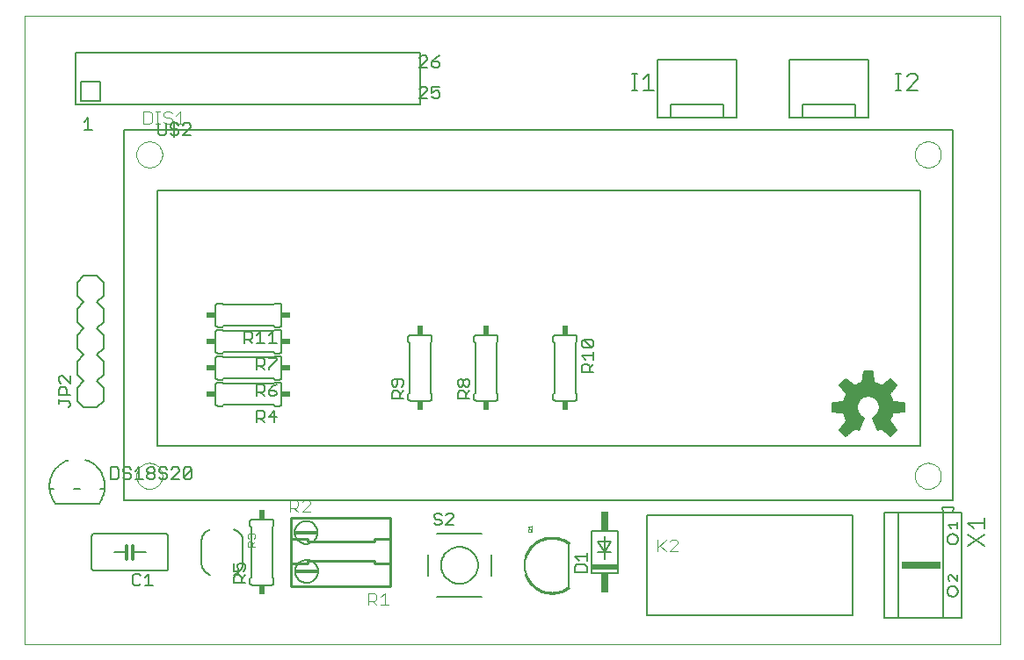
<source format=gto>
G75*
G70*
%OFA0B0*%
%FSLAX24Y24*%
%IPPOS*%
%LPD*%
%AMOC8*
5,1,8,0,0,1.08239X$1,22.5*
%
%ADD10C,0.0000*%
%ADD11C,0.0060*%
%ADD12C,0.0080*%
%ADD13C,0.0040*%
%ADD14C,0.0050*%
%ADD15R,0.1000X0.0200*%
%ADD16R,0.0300X0.0750*%
%ADD17R,0.1500X0.0300*%
%ADD18C,0.0070*%
%ADD19C,0.0059*%
%ADD20C,0.0030*%
%ADD21R,0.0240X0.0340*%
%ADD22C,0.0100*%
%ADD23R,0.0827X0.0157*%
%ADD24R,0.0340X0.0240*%
%ADD25C,0.0120*%
%ADD26C,0.0020*%
%ADD27C,0.0010*%
D10*
X004465Y000625D02*
X004465Y024495D01*
X041457Y024495D01*
X041457Y000625D01*
X004465Y000625D01*
X008709Y007023D02*
X008711Y007067D01*
X008717Y007111D01*
X008727Y007154D01*
X008740Y007196D01*
X008758Y007236D01*
X008779Y007275D01*
X008803Y007312D01*
X008830Y007347D01*
X008861Y007379D01*
X008894Y007408D01*
X008930Y007434D01*
X008968Y007456D01*
X009008Y007475D01*
X009049Y007491D01*
X009092Y007503D01*
X009135Y007511D01*
X009179Y007515D01*
X009223Y007515D01*
X009267Y007511D01*
X009310Y007503D01*
X009353Y007491D01*
X009394Y007475D01*
X009434Y007456D01*
X009472Y007434D01*
X009508Y007408D01*
X009541Y007379D01*
X009572Y007347D01*
X009599Y007312D01*
X009623Y007275D01*
X009644Y007236D01*
X009662Y007196D01*
X009675Y007154D01*
X009685Y007111D01*
X009691Y007067D01*
X009693Y007023D01*
X009691Y006979D01*
X009685Y006935D01*
X009675Y006892D01*
X009662Y006850D01*
X009644Y006810D01*
X009623Y006771D01*
X009599Y006734D01*
X009572Y006699D01*
X009541Y006667D01*
X009508Y006638D01*
X009472Y006612D01*
X009434Y006590D01*
X009394Y006571D01*
X009353Y006555D01*
X009310Y006543D01*
X009267Y006535D01*
X009223Y006531D01*
X009179Y006531D01*
X009135Y006535D01*
X009092Y006543D01*
X009049Y006555D01*
X009008Y006571D01*
X008968Y006590D01*
X008930Y006612D01*
X008894Y006638D01*
X008861Y006667D01*
X008830Y006699D01*
X008803Y006734D01*
X008779Y006771D01*
X008758Y006810D01*
X008740Y006850D01*
X008727Y006892D01*
X008717Y006935D01*
X008711Y006979D01*
X008709Y007023D01*
X008709Y019227D02*
X008711Y019271D01*
X008717Y019315D01*
X008727Y019358D01*
X008740Y019400D01*
X008758Y019440D01*
X008779Y019479D01*
X008803Y019516D01*
X008830Y019551D01*
X008861Y019583D01*
X008894Y019612D01*
X008930Y019638D01*
X008968Y019660D01*
X009008Y019679D01*
X009049Y019695D01*
X009092Y019707D01*
X009135Y019715D01*
X009179Y019719D01*
X009223Y019719D01*
X009267Y019715D01*
X009310Y019707D01*
X009353Y019695D01*
X009394Y019679D01*
X009434Y019660D01*
X009472Y019638D01*
X009508Y019612D01*
X009541Y019583D01*
X009572Y019551D01*
X009599Y019516D01*
X009623Y019479D01*
X009644Y019440D01*
X009662Y019400D01*
X009675Y019358D01*
X009685Y019315D01*
X009691Y019271D01*
X009693Y019227D01*
X009691Y019183D01*
X009685Y019139D01*
X009675Y019096D01*
X009662Y019054D01*
X009644Y019014D01*
X009623Y018975D01*
X009599Y018938D01*
X009572Y018903D01*
X009541Y018871D01*
X009508Y018842D01*
X009472Y018816D01*
X009434Y018794D01*
X009394Y018775D01*
X009353Y018759D01*
X009310Y018747D01*
X009267Y018739D01*
X009223Y018735D01*
X009179Y018735D01*
X009135Y018739D01*
X009092Y018747D01*
X009049Y018759D01*
X009008Y018775D01*
X008968Y018794D01*
X008930Y018816D01*
X008894Y018842D01*
X008861Y018871D01*
X008830Y018903D01*
X008803Y018938D01*
X008779Y018975D01*
X008758Y019014D01*
X008740Y019054D01*
X008727Y019096D01*
X008717Y019139D01*
X008711Y019183D01*
X008709Y019227D01*
X038237Y019227D02*
X038239Y019271D01*
X038245Y019315D01*
X038255Y019358D01*
X038268Y019400D01*
X038286Y019440D01*
X038307Y019479D01*
X038331Y019516D01*
X038358Y019551D01*
X038389Y019583D01*
X038422Y019612D01*
X038458Y019638D01*
X038496Y019660D01*
X038536Y019679D01*
X038577Y019695D01*
X038620Y019707D01*
X038663Y019715D01*
X038707Y019719D01*
X038751Y019719D01*
X038795Y019715D01*
X038838Y019707D01*
X038881Y019695D01*
X038922Y019679D01*
X038962Y019660D01*
X039000Y019638D01*
X039036Y019612D01*
X039069Y019583D01*
X039100Y019551D01*
X039127Y019516D01*
X039151Y019479D01*
X039172Y019440D01*
X039190Y019400D01*
X039203Y019358D01*
X039213Y019315D01*
X039219Y019271D01*
X039221Y019227D01*
X039219Y019183D01*
X039213Y019139D01*
X039203Y019096D01*
X039190Y019054D01*
X039172Y019014D01*
X039151Y018975D01*
X039127Y018938D01*
X039100Y018903D01*
X039069Y018871D01*
X039036Y018842D01*
X039000Y018816D01*
X038962Y018794D01*
X038922Y018775D01*
X038881Y018759D01*
X038838Y018747D01*
X038795Y018739D01*
X038751Y018735D01*
X038707Y018735D01*
X038663Y018739D01*
X038620Y018747D01*
X038577Y018759D01*
X038536Y018775D01*
X038496Y018794D01*
X038458Y018816D01*
X038422Y018842D01*
X038389Y018871D01*
X038358Y018903D01*
X038331Y018938D01*
X038307Y018975D01*
X038286Y019014D01*
X038268Y019054D01*
X038255Y019096D01*
X038245Y019139D01*
X038239Y019183D01*
X038237Y019227D01*
X038237Y007023D02*
X038239Y007067D01*
X038245Y007111D01*
X038255Y007154D01*
X038268Y007196D01*
X038286Y007236D01*
X038307Y007275D01*
X038331Y007312D01*
X038358Y007347D01*
X038389Y007379D01*
X038422Y007408D01*
X038458Y007434D01*
X038496Y007456D01*
X038536Y007475D01*
X038577Y007491D01*
X038620Y007503D01*
X038663Y007511D01*
X038707Y007515D01*
X038751Y007515D01*
X038795Y007511D01*
X038838Y007503D01*
X038881Y007491D01*
X038922Y007475D01*
X038962Y007456D01*
X039000Y007434D01*
X039036Y007408D01*
X039069Y007379D01*
X039100Y007347D01*
X039127Y007312D01*
X039151Y007275D01*
X039172Y007236D01*
X039190Y007196D01*
X039203Y007154D01*
X039213Y007111D01*
X039219Y007067D01*
X039221Y007023D01*
X039219Y006979D01*
X039213Y006935D01*
X039203Y006892D01*
X039190Y006850D01*
X039172Y006810D01*
X039151Y006771D01*
X039127Y006734D01*
X039100Y006699D01*
X039069Y006667D01*
X039036Y006638D01*
X039000Y006612D01*
X038962Y006590D01*
X038922Y006571D01*
X038881Y006555D01*
X038838Y006543D01*
X038795Y006535D01*
X038751Y006531D01*
X038707Y006531D01*
X038663Y006535D01*
X038620Y006543D01*
X038577Y006555D01*
X038536Y006571D01*
X038496Y006590D01*
X038458Y006612D01*
X038422Y006638D01*
X038389Y006667D01*
X038358Y006699D01*
X038331Y006734D01*
X038307Y006771D01*
X038286Y006810D01*
X038268Y006850D01*
X038255Y006892D01*
X038245Y006935D01*
X038239Y006979D01*
X038237Y007023D01*
D11*
X039265Y005825D02*
X039315Y005625D01*
X037615Y005625D01*
X037615Y001625D01*
X037065Y001625D01*
X037065Y005625D01*
X037615Y005625D01*
X039265Y005825D02*
X039715Y005825D01*
X039665Y005625D01*
X039315Y005625D01*
X039315Y001625D01*
X037615Y001625D01*
X039315Y001625D02*
X040015Y001625D01*
X040015Y005625D01*
X039665Y005625D01*
X039465Y004615D02*
X039467Y004643D01*
X039473Y004670D01*
X039482Y004696D01*
X039495Y004721D01*
X039512Y004744D01*
X039531Y004764D01*
X039553Y004781D01*
X039577Y004795D01*
X039603Y004805D01*
X039630Y004812D01*
X039658Y004815D01*
X039686Y004814D01*
X039713Y004809D01*
X039740Y004800D01*
X039765Y004788D01*
X039788Y004773D01*
X039809Y004754D01*
X039827Y004733D01*
X039842Y004709D01*
X039853Y004683D01*
X039861Y004657D01*
X039865Y004629D01*
X039865Y004601D01*
X039861Y004573D01*
X039853Y004547D01*
X039842Y004521D01*
X039827Y004497D01*
X039809Y004476D01*
X039788Y004457D01*
X039765Y004442D01*
X039740Y004430D01*
X039713Y004421D01*
X039686Y004416D01*
X039658Y004415D01*
X039630Y004418D01*
X039603Y004425D01*
X039577Y004435D01*
X039553Y004449D01*
X039531Y004466D01*
X039512Y004486D01*
X039495Y004509D01*
X039482Y004534D01*
X039473Y004560D01*
X039467Y004587D01*
X039465Y004615D01*
X039465Y002635D02*
X039467Y002663D01*
X039473Y002690D01*
X039482Y002716D01*
X039495Y002741D01*
X039512Y002764D01*
X039531Y002784D01*
X039553Y002801D01*
X039577Y002815D01*
X039603Y002825D01*
X039630Y002832D01*
X039658Y002835D01*
X039686Y002834D01*
X039713Y002829D01*
X039740Y002820D01*
X039765Y002808D01*
X039788Y002793D01*
X039809Y002774D01*
X039827Y002753D01*
X039842Y002729D01*
X039853Y002703D01*
X039861Y002677D01*
X039865Y002649D01*
X039865Y002621D01*
X039861Y002593D01*
X039853Y002567D01*
X039842Y002541D01*
X039827Y002517D01*
X039809Y002496D01*
X039788Y002477D01*
X039765Y002462D01*
X039740Y002450D01*
X039713Y002441D01*
X039686Y002436D01*
X039658Y002435D01*
X039630Y002438D01*
X039603Y002445D01*
X039577Y002455D01*
X039553Y002469D01*
X039531Y002486D01*
X039512Y002506D01*
X039495Y002529D01*
X039482Y002554D01*
X039473Y002580D01*
X039467Y002607D01*
X039465Y002635D01*
X026965Y003325D02*
X025965Y003325D01*
X025965Y004925D01*
X026965Y004925D01*
X026965Y003325D01*
X026465Y003875D02*
X026465Y004125D01*
X026715Y004125D01*
X026465Y004125D02*
X026215Y004125D01*
X026465Y004125D02*
X026215Y004525D01*
X026715Y004525D01*
X026465Y004125D01*
X026465Y004725D01*
X025315Y009875D02*
X024615Y009875D01*
X024598Y009877D01*
X024581Y009881D01*
X024565Y009888D01*
X024551Y009898D01*
X024538Y009911D01*
X024528Y009925D01*
X024521Y009941D01*
X024517Y009958D01*
X024515Y009975D01*
X024515Y010125D01*
X024565Y010175D01*
X024565Y012075D01*
X024515Y012125D01*
X024515Y012275D01*
X024517Y012292D01*
X024521Y012309D01*
X024528Y012325D01*
X024538Y012339D01*
X024551Y012352D01*
X024565Y012362D01*
X024581Y012369D01*
X024598Y012373D01*
X024615Y012375D01*
X025315Y012375D01*
X025332Y012373D01*
X025349Y012369D01*
X025365Y012362D01*
X025379Y012352D01*
X025392Y012339D01*
X025402Y012325D01*
X025409Y012309D01*
X025413Y012292D01*
X025415Y012275D01*
X025415Y012125D01*
X025365Y012075D01*
X025365Y010175D01*
X025415Y010125D01*
X025415Y009975D01*
X025413Y009958D01*
X025409Y009941D01*
X025402Y009925D01*
X025392Y009911D01*
X025379Y009898D01*
X025365Y009888D01*
X025349Y009881D01*
X025332Y009877D01*
X025315Y009875D01*
X022415Y009975D02*
X022415Y010125D01*
X022365Y010175D01*
X022365Y012075D01*
X022415Y012125D01*
X022415Y012275D01*
X022413Y012292D01*
X022409Y012309D01*
X022402Y012325D01*
X022392Y012339D01*
X022379Y012352D01*
X022365Y012362D01*
X022349Y012369D01*
X022332Y012373D01*
X022315Y012375D01*
X021615Y012375D01*
X021598Y012373D01*
X021581Y012369D01*
X021565Y012362D01*
X021551Y012352D01*
X021538Y012339D01*
X021528Y012325D01*
X021521Y012309D01*
X021517Y012292D01*
X021515Y012275D01*
X021515Y012125D01*
X021565Y012075D01*
X021565Y010175D01*
X021515Y010125D01*
X021515Y009975D01*
X021517Y009958D01*
X021521Y009941D01*
X021528Y009925D01*
X021538Y009911D01*
X021551Y009898D01*
X021565Y009888D01*
X021581Y009881D01*
X021598Y009877D01*
X021615Y009875D01*
X022315Y009875D01*
X022332Y009877D01*
X022349Y009881D01*
X022365Y009888D01*
X022379Y009898D01*
X022392Y009911D01*
X022402Y009925D01*
X022409Y009941D01*
X022413Y009958D01*
X022415Y009975D01*
X019915Y009975D02*
X019915Y010125D01*
X019865Y010175D01*
X019865Y012075D01*
X019915Y012125D01*
X019915Y012275D01*
X019913Y012292D01*
X019909Y012309D01*
X019902Y012325D01*
X019892Y012339D01*
X019879Y012352D01*
X019865Y012362D01*
X019849Y012369D01*
X019832Y012373D01*
X019815Y012375D01*
X019115Y012375D01*
X019098Y012373D01*
X019081Y012369D01*
X019065Y012362D01*
X019051Y012352D01*
X019038Y012339D01*
X019028Y012325D01*
X019021Y012309D01*
X019017Y012292D01*
X019015Y012275D01*
X019015Y012125D01*
X019065Y012075D01*
X019065Y010175D01*
X019015Y010125D01*
X019015Y009975D01*
X019017Y009958D01*
X019021Y009941D01*
X019028Y009925D01*
X019038Y009911D01*
X019051Y009898D01*
X019065Y009888D01*
X019081Y009881D01*
X019098Y009877D01*
X019115Y009875D01*
X019815Y009875D01*
X019832Y009877D01*
X019849Y009881D01*
X019865Y009888D01*
X019879Y009898D01*
X019892Y009911D01*
X019902Y009925D01*
X019909Y009941D01*
X019913Y009958D01*
X019915Y009975D01*
X014215Y009775D02*
X014215Y010475D01*
X014213Y010492D01*
X014209Y010509D01*
X014202Y010525D01*
X014192Y010539D01*
X014179Y010552D01*
X014165Y010562D01*
X014149Y010569D01*
X014132Y010573D01*
X014115Y010575D01*
X013965Y010575D01*
X013915Y010525D01*
X012015Y010525D01*
X011965Y010575D01*
X011815Y010575D01*
X011815Y010675D02*
X011965Y010675D01*
X012015Y010725D01*
X013915Y010725D01*
X013965Y010675D01*
X014115Y010675D01*
X014132Y010677D01*
X014149Y010681D01*
X014165Y010688D01*
X014179Y010698D01*
X014192Y010711D01*
X014202Y010725D01*
X014209Y010741D01*
X014213Y010758D01*
X014215Y010775D01*
X014215Y011475D01*
X014213Y011492D01*
X014209Y011509D01*
X014202Y011525D01*
X014192Y011539D01*
X014179Y011552D01*
X014165Y011562D01*
X014149Y011569D01*
X014132Y011573D01*
X014115Y011575D01*
X013965Y011575D01*
X013915Y011525D01*
X012015Y011525D01*
X011965Y011575D01*
X011815Y011575D01*
X011815Y011675D02*
X011965Y011675D01*
X012015Y011725D01*
X013915Y011725D01*
X013965Y011675D01*
X014115Y011675D01*
X014132Y011677D01*
X014149Y011681D01*
X014165Y011688D01*
X014179Y011698D01*
X014192Y011711D01*
X014202Y011725D01*
X014209Y011741D01*
X014213Y011758D01*
X014215Y011775D01*
X014215Y012475D01*
X014213Y012492D01*
X014209Y012509D01*
X014202Y012525D01*
X014192Y012539D01*
X014179Y012552D01*
X014165Y012562D01*
X014149Y012569D01*
X014132Y012573D01*
X014115Y012575D01*
X013965Y012575D01*
X013915Y012525D01*
X012015Y012525D01*
X011965Y012575D01*
X011815Y012575D01*
X011815Y012675D02*
X011965Y012675D01*
X012015Y012725D01*
X013915Y012725D01*
X013965Y012675D01*
X014115Y012675D01*
X014132Y012677D01*
X014149Y012681D01*
X014165Y012688D01*
X014179Y012698D01*
X014192Y012711D01*
X014202Y012725D01*
X014209Y012741D01*
X014213Y012758D01*
X014215Y012775D01*
X014215Y013475D01*
X014213Y013492D01*
X014209Y013509D01*
X014202Y013525D01*
X014192Y013539D01*
X014179Y013552D01*
X014165Y013562D01*
X014149Y013569D01*
X014132Y013573D01*
X014115Y013575D01*
X013965Y013575D01*
X013915Y013525D01*
X012015Y013525D01*
X011965Y013575D01*
X011815Y013575D01*
X011798Y013573D01*
X011781Y013569D01*
X011765Y013562D01*
X011751Y013552D01*
X011738Y013539D01*
X011728Y013525D01*
X011721Y013509D01*
X011717Y013492D01*
X011715Y013475D01*
X011715Y012775D01*
X011717Y012758D01*
X011721Y012741D01*
X011728Y012725D01*
X011738Y012711D01*
X011751Y012698D01*
X011765Y012688D01*
X011781Y012681D01*
X011798Y012677D01*
X011815Y012675D01*
X011815Y012575D02*
X011798Y012573D01*
X011781Y012569D01*
X011765Y012562D01*
X011751Y012552D01*
X011738Y012539D01*
X011728Y012525D01*
X011721Y012509D01*
X011717Y012492D01*
X011715Y012475D01*
X011715Y011775D01*
X011717Y011758D01*
X011721Y011741D01*
X011728Y011725D01*
X011738Y011711D01*
X011751Y011698D01*
X011765Y011688D01*
X011781Y011681D01*
X011798Y011677D01*
X011815Y011675D01*
X011815Y011575D02*
X011798Y011573D01*
X011781Y011569D01*
X011765Y011562D01*
X011751Y011552D01*
X011738Y011539D01*
X011728Y011525D01*
X011721Y011509D01*
X011717Y011492D01*
X011715Y011475D01*
X011715Y010775D01*
X011717Y010758D01*
X011721Y010741D01*
X011728Y010725D01*
X011738Y010711D01*
X011751Y010698D01*
X011765Y010688D01*
X011781Y010681D01*
X011798Y010677D01*
X011815Y010675D01*
X011815Y010575D02*
X011798Y010573D01*
X011781Y010569D01*
X011765Y010562D01*
X011751Y010552D01*
X011738Y010539D01*
X011728Y010525D01*
X011721Y010509D01*
X011717Y010492D01*
X011715Y010475D01*
X011715Y009775D01*
X011717Y009758D01*
X011721Y009741D01*
X011728Y009725D01*
X011738Y009711D01*
X011751Y009698D01*
X011765Y009688D01*
X011781Y009681D01*
X011798Y009677D01*
X011815Y009675D01*
X011965Y009675D01*
X012015Y009725D01*
X013915Y009725D01*
X013965Y009675D01*
X014115Y009675D01*
X014132Y009677D01*
X014149Y009681D01*
X014165Y009688D01*
X014179Y009698D01*
X014192Y009711D01*
X014202Y009725D01*
X014209Y009741D01*
X014213Y009758D01*
X014215Y009775D01*
X013815Y005375D02*
X013115Y005375D01*
X013098Y005373D01*
X013081Y005369D01*
X013065Y005362D01*
X013051Y005352D01*
X013038Y005339D01*
X013028Y005325D01*
X013021Y005309D01*
X013017Y005292D01*
X013015Y005275D01*
X013015Y005125D01*
X013065Y005075D01*
X013065Y003175D01*
X013015Y003125D01*
X013015Y002975D01*
X013017Y002958D01*
X013021Y002941D01*
X013028Y002925D01*
X013038Y002911D01*
X013051Y002898D01*
X013065Y002888D01*
X013081Y002881D01*
X013098Y002877D01*
X013115Y002875D01*
X013815Y002875D01*
X013832Y002877D01*
X013849Y002881D01*
X013865Y002888D01*
X013879Y002898D01*
X013892Y002911D01*
X013902Y002925D01*
X013909Y002941D01*
X013913Y002958D01*
X013915Y002975D01*
X013915Y003125D01*
X013865Y003175D01*
X013865Y005075D01*
X013915Y005125D01*
X013915Y005275D01*
X013913Y005292D01*
X013909Y005309D01*
X013902Y005325D01*
X013892Y005339D01*
X013879Y005352D01*
X013865Y005362D01*
X013849Y005369D01*
X013832Y005373D01*
X013815Y005375D01*
X014713Y004873D02*
X014715Y004914D01*
X014721Y004955D01*
X014731Y004995D01*
X014744Y005034D01*
X014761Y005071D01*
X014782Y005107D01*
X014806Y005141D01*
X014833Y005172D01*
X014862Y005200D01*
X014895Y005226D01*
X014929Y005248D01*
X014966Y005267D01*
X015004Y005282D01*
X015044Y005294D01*
X015084Y005302D01*
X015125Y005306D01*
X015167Y005306D01*
X015208Y005302D01*
X015248Y005294D01*
X015288Y005282D01*
X015326Y005267D01*
X015362Y005248D01*
X015397Y005226D01*
X015430Y005200D01*
X015459Y005172D01*
X015486Y005141D01*
X015510Y005107D01*
X015531Y005071D01*
X015548Y005034D01*
X015561Y004995D01*
X015571Y004955D01*
X015577Y004914D01*
X015579Y004873D01*
X015577Y004832D01*
X015571Y004791D01*
X015561Y004751D01*
X015548Y004712D01*
X015531Y004675D01*
X015510Y004639D01*
X015486Y004605D01*
X015459Y004574D01*
X015430Y004546D01*
X015397Y004520D01*
X015363Y004498D01*
X015326Y004479D01*
X015288Y004464D01*
X015248Y004452D01*
X015208Y004444D01*
X015167Y004440D01*
X015125Y004440D01*
X015084Y004444D01*
X015044Y004452D01*
X015004Y004464D01*
X014966Y004479D01*
X014930Y004498D01*
X014895Y004520D01*
X014862Y004546D01*
X014833Y004574D01*
X014806Y004605D01*
X014782Y004639D01*
X014761Y004675D01*
X014744Y004712D01*
X014731Y004751D01*
X014721Y004791D01*
X014715Y004832D01*
X014713Y004873D01*
X014733Y003397D02*
X014735Y003438D01*
X014741Y003479D01*
X014751Y003519D01*
X014764Y003558D01*
X014781Y003595D01*
X014802Y003631D01*
X014826Y003665D01*
X014853Y003696D01*
X014882Y003724D01*
X014915Y003750D01*
X014949Y003772D01*
X014986Y003791D01*
X015024Y003806D01*
X015064Y003818D01*
X015104Y003826D01*
X015145Y003830D01*
X015187Y003830D01*
X015228Y003826D01*
X015268Y003818D01*
X015308Y003806D01*
X015346Y003791D01*
X015382Y003772D01*
X015417Y003750D01*
X015450Y003724D01*
X015479Y003696D01*
X015506Y003665D01*
X015530Y003631D01*
X015551Y003595D01*
X015568Y003558D01*
X015581Y003519D01*
X015591Y003479D01*
X015597Y003438D01*
X015599Y003397D01*
X015597Y003356D01*
X015591Y003315D01*
X015581Y003275D01*
X015568Y003236D01*
X015551Y003199D01*
X015530Y003163D01*
X015506Y003129D01*
X015479Y003098D01*
X015450Y003070D01*
X015417Y003044D01*
X015383Y003022D01*
X015346Y003003D01*
X015308Y002988D01*
X015268Y002976D01*
X015228Y002968D01*
X015187Y002964D01*
X015145Y002964D01*
X015104Y002968D01*
X015064Y002976D01*
X015024Y002988D01*
X014986Y003003D01*
X014950Y003022D01*
X014915Y003044D01*
X014882Y003070D01*
X014853Y003098D01*
X014826Y003129D01*
X014802Y003163D01*
X014781Y003199D01*
X014764Y003236D01*
X014751Y003275D01*
X014741Y003315D01*
X014735Y003356D01*
X014733Y003397D01*
X009915Y003525D02*
X009915Y004725D01*
X009913Y004742D01*
X009909Y004759D01*
X009902Y004775D01*
X009892Y004789D01*
X009879Y004802D01*
X009865Y004812D01*
X009849Y004819D01*
X009832Y004823D01*
X009815Y004825D01*
X007115Y004825D01*
X007098Y004823D01*
X007081Y004819D01*
X007065Y004812D01*
X007051Y004802D01*
X007038Y004789D01*
X007028Y004775D01*
X007021Y004759D01*
X007017Y004742D01*
X007015Y004725D01*
X007015Y003525D01*
X007017Y003508D01*
X007021Y003491D01*
X007028Y003475D01*
X007038Y003461D01*
X007051Y003448D01*
X007065Y003438D01*
X007081Y003431D01*
X007098Y003427D01*
X007115Y003425D01*
X009815Y003425D01*
X009832Y003427D01*
X009849Y003431D01*
X009865Y003438D01*
X009879Y003448D01*
X009892Y003461D01*
X009902Y003475D01*
X009909Y003491D01*
X009913Y003508D01*
X009915Y003525D01*
X009065Y004125D02*
X008585Y004125D01*
X008335Y004125D02*
X007865Y004125D01*
X027495Y021655D02*
X027708Y021655D01*
X027602Y021655D02*
X027602Y022295D01*
X027708Y022295D02*
X027495Y022295D01*
X027925Y022082D02*
X028138Y022295D01*
X028138Y021655D01*
X027925Y021655D02*
X028352Y021655D01*
X037495Y021655D02*
X037708Y021655D01*
X037602Y021655D02*
X037602Y022295D01*
X037708Y022295D02*
X037495Y022295D01*
X037925Y022189D02*
X038031Y022295D01*
X038245Y022295D01*
X038352Y022189D01*
X038352Y022082D01*
X037925Y021655D01*
X038352Y021655D01*
D12*
X039674Y020172D02*
X039674Y006078D01*
X008256Y006078D01*
X008256Y020172D01*
X039674Y020172D01*
X038433Y017849D02*
X038433Y008164D01*
X009496Y008164D01*
X009496Y017849D01*
X038433Y017849D01*
X035863Y005534D02*
X028067Y005534D01*
X028067Y001715D01*
X035863Y001715D01*
X035863Y005534D01*
X025115Y004449D02*
X025115Y002800D01*
X023715Y002875D02*
X023673Y002927D01*
X023634Y002981D01*
X023599Y003038D01*
X023566Y003096D01*
X023538Y003156D01*
X023512Y003218D01*
X023490Y003281D01*
X023472Y003346D01*
X023458Y003411D01*
X023448Y003477D01*
X023441Y003543D01*
X023438Y003610D01*
X023439Y003677D01*
X023444Y003743D01*
X023453Y003809D01*
X023465Y003875D01*
X023481Y003936D01*
X023499Y003996D01*
X023521Y004054D01*
X023546Y004112D01*
X023574Y004168D01*
X023605Y004223D01*
X023639Y004275D01*
X023676Y004326D01*
X023715Y004375D01*
X023465Y003875D02*
X023453Y003813D01*
X023445Y003751D01*
X023440Y003688D01*
X023438Y003625D01*
X023440Y003562D01*
X023445Y003499D01*
X023453Y003437D01*
X023465Y003375D01*
X022165Y003225D02*
X022165Y004018D01*
X021815Y004825D02*
X020115Y004825D01*
X019765Y004030D02*
X019765Y003225D01*
X020265Y003625D02*
X020267Y003677D01*
X020273Y003729D01*
X020283Y003781D01*
X020296Y003831D01*
X020313Y003881D01*
X020334Y003929D01*
X020359Y003975D01*
X020387Y004019D01*
X020418Y004061D01*
X020452Y004101D01*
X020489Y004138D01*
X020529Y004172D01*
X020571Y004203D01*
X020615Y004231D01*
X020661Y004256D01*
X020709Y004277D01*
X020759Y004294D01*
X020809Y004307D01*
X020861Y004317D01*
X020913Y004323D01*
X020965Y004325D01*
X021017Y004323D01*
X021069Y004317D01*
X021121Y004307D01*
X021171Y004294D01*
X021221Y004277D01*
X021269Y004256D01*
X021315Y004231D01*
X021359Y004203D01*
X021401Y004172D01*
X021441Y004138D01*
X021478Y004101D01*
X021512Y004061D01*
X021543Y004019D01*
X021571Y003975D01*
X021596Y003929D01*
X021617Y003881D01*
X021634Y003831D01*
X021647Y003781D01*
X021657Y003729D01*
X021663Y003677D01*
X021665Y003625D01*
X021663Y003573D01*
X021657Y003521D01*
X021647Y003469D01*
X021634Y003419D01*
X021617Y003369D01*
X021596Y003321D01*
X021571Y003275D01*
X021543Y003231D01*
X021512Y003189D01*
X021478Y003149D01*
X021441Y003112D01*
X021401Y003078D01*
X021359Y003047D01*
X021315Y003019D01*
X021269Y002994D01*
X021221Y002973D01*
X021171Y002956D01*
X021121Y002943D01*
X021069Y002933D01*
X021017Y002927D01*
X020965Y002925D01*
X020913Y002927D01*
X020861Y002933D01*
X020809Y002943D01*
X020759Y002956D01*
X020709Y002973D01*
X020661Y002994D01*
X020615Y003019D01*
X020571Y003047D01*
X020529Y003078D01*
X020489Y003112D01*
X020452Y003149D01*
X020418Y003189D01*
X020387Y003231D01*
X020359Y003275D01*
X020334Y003321D01*
X020313Y003369D01*
X020296Y003419D01*
X020283Y003469D01*
X020273Y003521D01*
X020267Y003573D01*
X020265Y003625D01*
X020115Y002425D02*
X021815Y002425D01*
X012752Y003731D02*
X012752Y004519D01*
X012753Y004519D02*
X012751Y004560D01*
X012746Y004602D01*
X012738Y004642D01*
X012726Y004682D01*
X012711Y004721D01*
X012692Y004758D01*
X012671Y004794D01*
X012646Y004828D01*
X012619Y004859D01*
X012589Y004888D01*
X012557Y004915D01*
X012523Y004938D01*
X012487Y004959D01*
X012449Y004976D01*
X012410Y004991D01*
X011520Y004991D02*
X011481Y004976D01*
X011443Y004959D01*
X011407Y004938D01*
X011373Y004915D01*
X011341Y004888D01*
X011311Y004859D01*
X011284Y004828D01*
X011259Y004794D01*
X011238Y004758D01*
X011219Y004721D01*
X011204Y004682D01*
X011192Y004642D01*
X011184Y004602D01*
X011179Y004560D01*
X011177Y004519D01*
X011177Y003731D01*
X011179Y003690D01*
X011184Y003648D01*
X011192Y003608D01*
X011204Y003568D01*
X011219Y003529D01*
X011238Y003492D01*
X011259Y003456D01*
X011284Y003422D01*
X011311Y003391D01*
X011341Y003362D01*
X011373Y003335D01*
X011407Y003312D01*
X011443Y003291D01*
X011481Y003274D01*
X011520Y003259D01*
X012410Y003259D02*
X012449Y003274D01*
X012487Y003291D01*
X012523Y003312D01*
X012557Y003335D01*
X012589Y003362D01*
X012619Y003391D01*
X012646Y003422D01*
X012671Y003456D01*
X012692Y003492D01*
X012711Y003529D01*
X012726Y003568D01*
X012738Y003608D01*
X012746Y003648D01*
X012751Y003690D01*
X012753Y003731D01*
X007215Y009625D02*
X006715Y009625D01*
X006465Y009875D01*
X006465Y010375D01*
X006715Y010625D01*
X006465Y010875D01*
X006465Y011375D01*
X006715Y011625D01*
X006465Y011875D01*
X006465Y012375D01*
X006715Y012625D01*
X006465Y012875D01*
X006465Y013375D01*
X006715Y013625D01*
X006465Y013875D01*
X006465Y014375D01*
X006715Y014625D01*
X007215Y014625D01*
X007465Y014375D01*
X007465Y013875D01*
X007215Y013625D01*
X007465Y013375D01*
X007465Y012875D01*
X007215Y012625D01*
X007465Y012375D01*
X007465Y011875D01*
X007215Y011625D01*
X007465Y011375D01*
X007465Y010875D01*
X007215Y010625D01*
X007465Y010375D01*
X007465Y009875D01*
X007215Y009625D01*
D13*
X014536Y006117D02*
X014536Y005657D01*
X014536Y005810D02*
X014766Y005810D01*
X014843Y005887D01*
X014843Y006040D01*
X014766Y006117D01*
X014536Y006117D01*
X014689Y005810D02*
X014843Y005657D01*
X014996Y005657D02*
X015303Y005964D01*
X015303Y006040D01*
X015227Y006117D01*
X015073Y006117D01*
X014996Y006040D01*
X014996Y005657D02*
X015303Y005657D01*
X017513Y002574D02*
X017743Y002574D01*
X017820Y002497D01*
X017820Y002344D01*
X017743Y002267D01*
X017513Y002267D01*
X017666Y002267D02*
X017820Y002113D01*
X017973Y002113D02*
X018280Y002113D01*
X018127Y002113D02*
X018127Y002574D01*
X017973Y002420D01*
X017513Y002574D02*
X017513Y002113D01*
X028485Y004145D02*
X028485Y004605D01*
X028562Y004375D02*
X028792Y004145D01*
X028945Y004145D02*
X029252Y004452D01*
X029252Y004529D01*
X029175Y004605D01*
X029022Y004605D01*
X028945Y004529D01*
X028792Y004605D02*
X028485Y004298D01*
X028945Y004145D02*
X029252Y004145D01*
X010519Y020395D02*
X010212Y020395D01*
X010366Y020395D02*
X010366Y020855D01*
X010212Y020702D01*
X010059Y020779D02*
X009982Y020855D01*
X009829Y020855D01*
X009752Y020779D01*
X009752Y020702D01*
X009829Y020625D01*
X009982Y020625D01*
X010059Y020548D01*
X010059Y020472D01*
X009982Y020395D01*
X009829Y020395D01*
X009752Y020472D01*
X009599Y020395D02*
X009445Y020395D01*
X009522Y020395D02*
X009522Y020855D01*
X009445Y020855D02*
X009599Y020855D01*
X009292Y020779D02*
X009292Y020472D01*
X009215Y020395D01*
X008985Y020395D01*
X008985Y020855D01*
X009215Y020855D01*
X009292Y020779D01*
D14*
X009546Y020419D02*
X009546Y020044D01*
X009621Y019969D01*
X009771Y019969D01*
X009846Y020044D01*
X009846Y020419D01*
X010006Y020344D02*
X010081Y020419D01*
X010231Y020419D01*
X010306Y020344D01*
X010466Y020344D02*
X010541Y020419D01*
X010692Y020419D01*
X010767Y020344D01*
X010767Y020269D01*
X010466Y019969D01*
X010767Y019969D01*
X010306Y020044D02*
X010306Y020119D01*
X010231Y020194D01*
X010081Y020194D01*
X010006Y020269D01*
X010006Y020344D01*
X010156Y020494D02*
X010156Y019894D01*
X010081Y019969D02*
X010231Y019969D01*
X010306Y020044D01*
X010081Y019969D02*
X010006Y020044D01*
X007329Y021261D02*
X006601Y021261D01*
X006601Y021989D01*
X007329Y021989D01*
X006414Y021143D02*
X006414Y023111D01*
X019485Y023111D01*
X019485Y021143D01*
X006414Y021143D01*
X006876Y020616D02*
X006876Y020166D01*
X006726Y020166D02*
X007027Y020166D01*
X006726Y020466D02*
X006876Y020616D01*
X019455Y021347D02*
X019755Y021647D01*
X019755Y021722D01*
X019680Y021797D01*
X019530Y021797D01*
X019455Y021722D01*
X019915Y021797D02*
X019915Y021572D01*
X020065Y021647D01*
X020140Y021647D01*
X020216Y021572D01*
X020216Y021422D01*
X020140Y021347D01*
X019990Y021347D01*
X019915Y021422D01*
X019755Y021347D02*
X019455Y021347D01*
X019915Y021797D02*
X020216Y021797D01*
X020140Y022528D02*
X020216Y022603D01*
X020216Y022678D01*
X020140Y022753D01*
X019915Y022753D01*
X019915Y022603D01*
X019990Y022528D01*
X020140Y022528D01*
X019915Y022753D02*
X020065Y022903D01*
X020216Y022978D01*
X019755Y022903D02*
X019755Y022828D01*
X019455Y022528D01*
X019755Y022528D01*
X019755Y022903D02*
X019680Y022978D01*
X019530Y022978D01*
X019455Y022903D01*
X028465Y022825D02*
X028465Y020625D01*
X028965Y020625D01*
X028965Y021125D01*
X030965Y021125D01*
X030965Y020625D01*
X028965Y020625D01*
X007329Y021261D02*
X007329Y021989D01*
X012809Y012500D02*
X013034Y012500D01*
X013109Y012425D01*
X013109Y012275D01*
X013034Y012200D01*
X012809Y012200D01*
X012959Y012200D02*
X013109Y012050D01*
X013269Y012050D02*
X013569Y012050D01*
X013419Y012050D02*
X013419Y012500D01*
X013269Y012350D01*
X012809Y012500D02*
X012809Y012050D01*
X013269Y011500D02*
X013494Y011500D01*
X013569Y011425D01*
X013569Y011275D01*
X013494Y011200D01*
X013269Y011200D01*
X013269Y011050D02*
X013269Y011500D01*
X013419Y011200D02*
X013569Y011050D01*
X013729Y011050D02*
X013729Y011125D01*
X014030Y011425D01*
X014030Y011500D01*
X013729Y011500D01*
X013729Y012050D02*
X014030Y012050D01*
X013880Y012050D02*
X013880Y012500D01*
X013729Y012350D01*
X013494Y010500D02*
X013269Y010500D01*
X013269Y010050D01*
X013269Y010200D02*
X013494Y010200D01*
X013569Y010275D01*
X013569Y010425D01*
X013494Y010500D01*
X013419Y010200D02*
X013569Y010050D01*
X013729Y010125D02*
X013805Y010050D01*
X013955Y010050D01*
X014030Y010125D01*
X014030Y010200D01*
X013955Y010275D01*
X013729Y010275D01*
X013729Y010125D01*
X013729Y010275D02*
X013880Y010425D01*
X014030Y010500D01*
X013955Y009500D02*
X013729Y009275D01*
X014030Y009275D01*
X013955Y009050D02*
X013955Y009500D01*
X013569Y009425D02*
X013569Y009275D01*
X013494Y009200D01*
X013269Y009200D01*
X013269Y009050D02*
X013269Y009500D01*
X013494Y009500D01*
X013569Y009425D01*
X013419Y009200D02*
X013569Y009050D01*
X010802Y007275D02*
X010502Y006975D01*
X010577Y006900D01*
X010727Y006900D01*
X010802Y006975D01*
X010802Y007275D01*
X010727Y007350D01*
X010577Y007350D01*
X010502Y007275D01*
X010502Y006975D01*
X010342Y006900D02*
X010042Y006900D01*
X010342Y007200D01*
X010342Y007275D01*
X010267Y007350D01*
X010117Y007350D01*
X010042Y007275D01*
X009882Y007275D02*
X009806Y007350D01*
X009656Y007350D01*
X009581Y007275D01*
X009581Y007200D01*
X009656Y007125D01*
X009806Y007125D01*
X009882Y007050D01*
X009882Y006975D01*
X009806Y006900D01*
X009656Y006900D01*
X009581Y006975D01*
X009421Y006975D02*
X009346Y006900D01*
X009196Y006900D01*
X009121Y006975D01*
X009121Y007050D01*
X009196Y007125D01*
X009346Y007125D01*
X009421Y007050D01*
X009421Y006975D01*
X009346Y007125D02*
X009421Y007200D01*
X009421Y007275D01*
X009346Y007350D01*
X009196Y007350D01*
X009121Y007275D01*
X009121Y007200D01*
X009196Y007125D01*
X008961Y006900D02*
X008661Y006900D01*
X008811Y006900D02*
X008811Y007350D01*
X008661Y007200D01*
X008500Y007275D02*
X008425Y007350D01*
X008275Y007350D01*
X008200Y007275D01*
X008200Y007200D01*
X008275Y007125D01*
X008425Y007125D01*
X008500Y007050D01*
X008500Y006975D01*
X008425Y006900D01*
X008275Y006900D01*
X008200Y006975D01*
X008040Y006975D02*
X008040Y007275D01*
X007965Y007350D01*
X007740Y007350D01*
X007740Y006900D01*
X007965Y006900D01*
X008040Y006975D01*
X007510Y006525D02*
X007352Y006525D01*
X007289Y005975D02*
X005640Y005975D01*
X005578Y006525D02*
X005420Y006525D01*
X006352Y006525D02*
X006578Y006525D01*
X007290Y005975D02*
X007327Y006026D01*
X007362Y006079D01*
X007394Y006135D01*
X007422Y006192D01*
X007446Y006251D01*
X007467Y006311D01*
X007484Y006372D01*
X007498Y006434D01*
X007507Y006497D01*
X007513Y006560D01*
X007515Y006624D01*
X007513Y006688D01*
X007507Y006751D01*
X007498Y006814D01*
X007485Y006876D01*
X007467Y006937D01*
X007447Y006997D01*
X007422Y007056D01*
X007395Y007113D01*
X007363Y007169D01*
X007329Y007222D01*
X007291Y007273D01*
X007250Y007322D01*
X007206Y007368D01*
X007160Y007412D01*
X007111Y007453D01*
X007060Y007490D01*
X007006Y007525D01*
X006951Y007556D01*
X006894Y007584D01*
X006835Y007608D01*
X006775Y007628D01*
X006155Y007628D02*
X006096Y007608D01*
X006039Y007585D01*
X005982Y007558D01*
X005928Y007527D01*
X005875Y007494D01*
X005825Y007457D01*
X005776Y007418D01*
X005731Y007375D01*
X005687Y007330D01*
X005647Y007283D01*
X005609Y007233D01*
X005574Y007181D01*
X005543Y007127D01*
X005515Y007072D01*
X005490Y007015D01*
X005469Y006956D01*
X005451Y006896D01*
X005436Y006835D01*
X005426Y006774D01*
X005419Y006712D01*
X005415Y006650D01*
X005416Y006587D01*
X005420Y006525D01*
X005427Y006465D01*
X005438Y006406D01*
X005452Y006348D01*
X005470Y006291D01*
X005490Y006234D01*
X005514Y006179D01*
X005541Y006125D01*
X005572Y006073D01*
X005605Y006023D01*
X005640Y005975D01*
X008569Y003225D02*
X008569Y002925D01*
X008644Y002850D01*
X008794Y002850D01*
X008869Y002925D01*
X009029Y002850D02*
X009330Y002850D01*
X009180Y002850D02*
X009180Y003300D01*
X009029Y003150D01*
X008869Y003225D02*
X008794Y003300D01*
X008644Y003300D01*
X008569Y003225D01*
X012390Y003175D02*
X012390Y002950D01*
X012840Y002950D01*
X012690Y002950D02*
X012690Y003175D01*
X012615Y003250D01*
X012465Y003250D01*
X012390Y003175D01*
X012390Y003410D02*
X012615Y003410D01*
X012540Y003560D01*
X012540Y003635D01*
X012615Y003710D01*
X012765Y003710D01*
X012840Y003635D01*
X012840Y003485D01*
X012765Y003410D01*
X012840Y003250D02*
X012690Y003100D01*
X012390Y003410D02*
X012390Y003710D01*
X019990Y005225D02*
X020065Y005150D01*
X020215Y005150D01*
X020290Y005225D01*
X020290Y005300D01*
X020215Y005375D01*
X020065Y005375D01*
X019990Y005450D01*
X019990Y005525D01*
X020065Y005600D01*
X020215Y005600D01*
X020290Y005525D01*
X020450Y005525D02*
X020525Y005600D01*
X020675Y005600D01*
X020750Y005525D01*
X020750Y005450D01*
X020450Y005150D01*
X020750Y005150D01*
X025340Y003960D02*
X025790Y003960D01*
X025790Y003810D02*
X025790Y004110D01*
X025490Y003810D02*
X025340Y003960D01*
X025415Y003650D02*
X025340Y003575D01*
X025340Y003350D01*
X025790Y003350D01*
X025790Y003575D01*
X025715Y003650D01*
X025415Y003650D01*
X021340Y009950D02*
X020890Y009950D01*
X020890Y010175D01*
X020965Y010250D01*
X021115Y010250D01*
X021190Y010175D01*
X021190Y009950D01*
X021190Y010100D02*
X021340Y010250D01*
X021265Y010410D02*
X021190Y010410D01*
X021115Y010485D01*
X021115Y010635D01*
X021190Y010710D01*
X021265Y010710D01*
X021340Y010635D01*
X021340Y010485D01*
X021265Y010410D01*
X021115Y010485D02*
X021040Y010410D01*
X020965Y010410D01*
X020890Y010485D01*
X020890Y010635D01*
X020965Y010710D01*
X021040Y010710D01*
X021115Y010635D01*
X018840Y010635D02*
X018840Y010485D01*
X018765Y010410D01*
X018615Y010485D02*
X018615Y010710D01*
X018765Y010710D02*
X018465Y010710D01*
X018390Y010635D01*
X018390Y010485D01*
X018465Y010410D01*
X018540Y010410D01*
X018615Y010485D01*
X018615Y010250D02*
X018690Y010175D01*
X018690Y009950D01*
X018840Y009950D02*
X018390Y009950D01*
X018390Y010175D01*
X018465Y010250D01*
X018615Y010250D01*
X018690Y010100D02*
X018840Y010250D01*
X018840Y010635D02*
X018765Y010710D01*
X025590Y010969D02*
X025590Y011194D01*
X025665Y011269D01*
X025815Y011269D01*
X025890Y011194D01*
X025890Y010969D01*
X025890Y011119D02*
X026040Y011269D01*
X026040Y011429D02*
X026040Y011729D01*
X026040Y011579D02*
X025590Y011579D01*
X025740Y011429D01*
X025665Y011889D02*
X025590Y011964D01*
X025590Y012115D01*
X025665Y012190D01*
X025965Y011889D01*
X026040Y011964D01*
X026040Y012115D01*
X025965Y012190D01*
X025665Y012190D01*
X025665Y011889D02*
X025965Y011889D01*
X026040Y010969D02*
X025590Y010969D01*
X039490Y005154D02*
X039830Y005154D01*
X039830Y005041D02*
X039830Y005268D01*
X039603Y005041D02*
X039490Y005154D01*
X039546Y003268D02*
X039490Y003211D01*
X039490Y003097D01*
X039546Y003041D01*
X039546Y003268D02*
X039603Y003268D01*
X039830Y003041D01*
X039830Y003268D01*
X036465Y020625D02*
X035965Y020625D01*
X035965Y021125D01*
X033965Y021125D01*
X033965Y020625D01*
X033465Y020625D01*
X033465Y022825D01*
X036465Y022825D01*
X036465Y020625D01*
X035965Y020625D02*
X033965Y020625D01*
X031465Y020625D02*
X030965Y020625D01*
X031465Y020625D02*
X031465Y022825D01*
X028465Y022825D01*
X006220Y010841D02*
X006220Y010541D01*
X005920Y010841D01*
X005845Y010841D01*
X005770Y010766D01*
X005770Y010616D01*
X005845Y010541D01*
X005845Y010380D02*
X005995Y010380D01*
X006070Y010305D01*
X006070Y010080D01*
X006220Y010080D02*
X005770Y010080D01*
X005770Y010305D01*
X005845Y010380D01*
X005770Y009920D02*
X005770Y009770D01*
X005770Y009845D02*
X006145Y009845D01*
X006220Y009770D01*
X006220Y009695D01*
X006145Y009620D01*
D15*
X026465Y003575D03*
D16*
X026465Y002950D03*
X026465Y005300D03*
D17*
X038465Y003625D03*
D18*
X040249Y004371D02*
X040880Y004791D01*
X040880Y005015D02*
X040880Y005436D01*
X040880Y005225D02*
X040249Y005225D01*
X040460Y005015D01*
X040249Y004791D02*
X040880Y004371D01*
D19*
X037313Y008539D02*
X037551Y008777D01*
X037268Y009123D01*
X037319Y009215D01*
X037359Y009311D01*
X037388Y009412D01*
X037833Y009457D01*
X037833Y009793D01*
X037388Y009838D01*
X037359Y009939D01*
X037319Y010035D01*
X037268Y010127D01*
X037551Y010473D01*
X037313Y010711D01*
X036967Y010428D01*
X036875Y010479D01*
X036779Y010519D01*
X036678Y010548D01*
X036633Y010993D01*
X036297Y010993D01*
X036252Y010548D01*
X036151Y010519D01*
X036055Y010479D01*
X035963Y010428D01*
X035617Y010711D01*
X035379Y010473D01*
X035661Y010127D01*
X035611Y010035D01*
X035571Y009939D01*
X035542Y009838D01*
X035097Y009793D01*
X035097Y009457D01*
X035542Y009412D01*
X035571Y009311D01*
X035611Y009215D01*
X035661Y009123D01*
X035379Y008777D01*
X035617Y008539D01*
X035963Y008821D01*
X036031Y008783D01*
X036102Y008750D01*
X036300Y009227D01*
X036236Y009260D01*
X036178Y009304D01*
X036128Y009356D01*
X036088Y009417D01*
X036058Y009483D01*
X036040Y009553D01*
X036034Y009625D01*
X036042Y009705D01*
X036064Y009783D01*
X036101Y009855D01*
X036150Y009919D01*
X036211Y009972D01*
X036280Y010014D01*
X036356Y010041D01*
X036435Y010054D01*
X036516Y010052D01*
X036595Y010035D01*
X036669Y010004D01*
X036737Y009959D01*
X036794Y009902D01*
X036840Y009836D01*
X036873Y009762D01*
X036891Y009684D01*
X036895Y009603D01*
X036883Y009523D01*
X036857Y009447D01*
X036817Y009377D01*
X036764Y009315D01*
X036701Y009265D01*
X036630Y009227D01*
X036827Y008750D01*
X036899Y008783D01*
X036967Y008821D01*
X037313Y008539D01*
X037348Y008573D02*
X037271Y008573D01*
X037200Y008631D02*
X037405Y008631D01*
X037463Y008689D02*
X037130Y008689D01*
X037059Y008746D02*
X037520Y008746D01*
X037528Y008804D02*
X036988Y008804D01*
X036936Y008804D02*
X036805Y008804D01*
X036781Y008861D02*
X037481Y008861D01*
X037435Y008919D02*
X036757Y008919D01*
X036733Y008977D02*
X037388Y008977D01*
X037341Y009034D02*
X036710Y009034D01*
X036686Y009092D02*
X037294Y009092D01*
X037283Y009149D02*
X036662Y009149D01*
X036638Y009207D02*
X037315Y009207D01*
X037339Y009265D02*
X036701Y009265D01*
X036770Y009322D02*
X037362Y009322D01*
X037379Y009380D02*
X036819Y009380D01*
X036852Y009437D02*
X037640Y009437D01*
X037833Y009495D02*
X036874Y009495D01*
X036888Y009553D02*
X037833Y009553D01*
X037833Y009610D02*
X036895Y009610D01*
X036892Y009668D02*
X037833Y009668D01*
X037833Y009725D02*
X036882Y009725D01*
X036864Y009783D02*
X037833Y009783D01*
X037387Y009841D02*
X036837Y009841D01*
X036797Y009898D02*
X037371Y009898D01*
X037352Y009956D02*
X036740Y009956D01*
X036647Y010013D02*
X037328Y010013D01*
X037299Y010071D02*
X035631Y010071D01*
X035602Y010013D02*
X036279Y010013D01*
X036192Y009956D02*
X035578Y009956D01*
X035559Y009898D02*
X036134Y009898D01*
X036094Y009841D02*
X035543Y009841D01*
X035660Y010129D02*
X037270Y010129D01*
X037317Y010186D02*
X035613Y010186D01*
X035566Y010244D02*
X037364Y010244D01*
X037411Y010301D02*
X035519Y010301D01*
X035472Y010359D02*
X037458Y010359D01*
X037505Y010417D02*
X035425Y010417D01*
X035380Y010474D02*
X035907Y010474D01*
X035836Y010532D02*
X035438Y010532D01*
X035495Y010589D02*
X035765Y010589D01*
X035695Y010647D02*
X035553Y010647D01*
X035610Y010705D02*
X035624Y010705D01*
X036046Y010474D02*
X036884Y010474D01*
X037023Y010474D02*
X037550Y010474D01*
X037492Y010532D02*
X037094Y010532D01*
X037164Y010589D02*
X037435Y010589D01*
X037377Y010647D02*
X037235Y010647D01*
X037306Y010705D02*
X037319Y010705D01*
X036734Y010532D02*
X036196Y010532D01*
X036256Y010589D02*
X036674Y010589D01*
X036668Y010647D02*
X036262Y010647D01*
X036268Y010705D02*
X036662Y010705D01*
X036656Y010762D02*
X036274Y010762D01*
X036279Y010820D02*
X036650Y010820D01*
X036645Y010877D02*
X036285Y010877D01*
X036291Y010935D02*
X036639Y010935D01*
X036064Y009783D02*
X035097Y009783D01*
X035097Y009725D02*
X036048Y009725D01*
X036038Y009668D02*
X035097Y009668D01*
X035097Y009610D02*
X036036Y009610D01*
X036040Y009553D02*
X035097Y009553D01*
X035097Y009495D02*
X036055Y009495D01*
X036079Y009437D02*
X035289Y009437D01*
X035551Y009380D02*
X036113Y009380D01*
X036161Y009322D02*
X035568Y009322D01*
X035590Y009265D02*
X036230Y009265D01*
X036292Y009207D02*
X035615Y009207D01*
X035647Y009149D02*
X036268Y009149D01*
X036244Y009092D02*
X035636Y009092D01*
X035589Y009034D02*
X036220Y009034D01*
X036196Y008977D02*
X035542Y008977D01*
X035495Y008919D02*
X036172Y008919D01*
X036149Y008861D02*
X035448Y008861D01*
X035401Y008804D02*
X035941Y008804D01*
X035994Y008804D02*
X036125Y008804D01*
X035871Y008746D02*
X035409Y008746D01*
X035467Y008689D02*
X035800Y008689D01*
X035729Y008631D02*
X035525Y008631D01*
X035582Y008573D02*
X035659Y008573D01*
D20*
X013215Y004778D02*
X013215Y004681D01*
X013166Y004633D01*
X013215Y004531D02*
X013118Y004435D01*
X013118Y004483D02*
X013118Y004338D01*
X013215Y004338D02*
X012925Y004338D01*
X012925Y004483D01*
X012973Y004531D01*
X013070Y004531D01*
X013118Y004483D01*
X012973Y004633D02*
X012925Y004681D01*
X012925Y004778D01*
X012973Y004826D01*
X013021Y004826D01*
X013070Y004778D01*
X013118Y004826D01*
X013166Y004826D01*
X013215Y004778D01*
X013070Y004778D02*
X013070Y004729D01*
D21*
X013465Y005545D03*
X013465Y002705D03*
X019465Y009705D03*
X021965Y009705D03*
X024965Y009705D03*
X024965Y012545D03*
X021965Y012545D03*
X019465Y012545D03*
D22*
X018355Y005424D02*
X014575Y005424D01*
X014575Y003711D01*
X015205Y003711D01*
X015205Y003810D01*
X017725Y003810D01*
X017725Y003711D01*
X018355Y003711D01*
X018355Y005424D01*
X018355Y004617D02*
X017725Y004617D01*
X017725Y004519D01*
X015205Y004519D01*
X015205Y004617D01*
X014575Y004617D01*
X014575Y002826D01*
X018355Y002826D01*
X018355Y004617D01*
D23*
X015146Y004873D03*
X015166Y003397D03*
D24*
X014385Y010125D03*
X014385Y011125D03*
X014385Y012125D03*
X014385Y013125D03*
X011545Y013125D03*
X011545Y012125D03*
X011545Y011125D03*
X011545Y010125D03*
D25*
X008585Y004375D02*
X008585Y004125D01*
X008585Y003875D01*
X008335Y003875D02*
X008335Y004125D01*
X008335Y004375D01*
D26*
X023565Y004908D02*
X023565Y004955D01*
X023588Y004978D01*
X023682Y004978D01*
X023705Y004955D01*
X023705Y004908D01*
X023682Y004885D01*
X023588Y004885D01*
X023565Y004908D01*
X023658Y004932D02*
X023705Y004978D01*
X023705Y005032D02*
X023705Y005126D01*
X023705Y005079D02*
X023565Y005079D01*
X023611Y005032D01*
D27*
X025132Y004480D02*
X025089Y004425D01*
X025040Y004461D01*
X024989Y004495D01*
X024935Y004524D01*
X024880Y004551D01*
X024824Y004575D01*
X024766Y004594D01*
X024707Y004611D01*
X024647Y004624D01*
X024587Y004633D01*
X024526Y004638D01*
X024464Y004640D01*
X024403Y004638D01*
X024342Y004633D01*
X024282Y004623D01*
X024222Y004610D01*
X024163Y004594D01*
X024105Y004574D01*
X024049Y004551D01*
X023994Y004524D01*
X023940Y004494D01*
X023889Y004461D01*
X023840Y004425D01*
X023793Y004385D01*
X023748Y004344D01*
X023706Y004299D01*
X023667Y004252D01*
X023631Y004203D01*
X023597Y004152D01*
X023567Y004098D01*
X023540Y004043D01*
X023517Y003987D01*
X023497Y003929D01*
X023430Y003949D01*
X023430Y003950D01*
X023451Y004011D01*
X023476Y004072D01*
X023505Y004131D01*
X023537Y004188D01*
X023573Y004242D01*
X023612Y004295D01*
X023654Y004345D01*
X023699Y004393D01*
X023746Y004438D01*
X023796Y004480D01*
X023849Y004518D01*
X023904Y004554D01*
X023961Y004586D01*
X024020Y004615D01*
X024080Y004640D01*
X024142Y004661D01*
X024205Y004678D01*
X024269Y004692D01*
X024334Y004702D01*
X024399Y004708D01*
X024465Y004710D01*
X024530Y004708D01*
X024595Y004702D01*
X024660Y004692D01*
X024724Y004679D01*
X024787Y004661D01*
X024849Y004640D01*
X024909Y004615D01*
X024968Y004586D01*
X025025Y004554D01*
X025080Y004519D01*
X025133Y004480D01*
X025127Y004473D01*
X025075Y004511D01*
X025020Y004547D01*
X024964Y004578D01*
X024905Y004607D01*
X024845Y004632D01*
X024784Y004653D01*
X024722Y004670D01*
X024658Y004684D01*
X024594Y004693D01*
X024529Y004699D01*
X024465Y004701D01*
X024400Y004699D01*
X024335Y004693D01*
X024271Y004683D01*
X024207Y004670D01*
X024145Y004652D01*
X024084Y004631D01*
X024024Y004606D01*
X023965Y004578D01*
X023909Y004546D01*
X023854Y004511D01*
X023802Y004473D01*
X023752Y004431D01*
X023705Y004387D01*
X023660Y004339D01*
X023619Y004290D01*
X023580Y004237D01*
X023545Y004183D01*
X023513Y004126D01*
X023485Y004068D01*
X023460Y004008D01*
X023438Y003947D01*
X023447Y003944D01*
X023468Y004005D01*
X023493Y004065D01*
X023521Y004122D01*
X023553Y004178D01*
X023588Y004232D01*
X023626Y004284D01*
X023667Y004333D01*
X023711Y004380D01*
X023758Y004424D01*
X023808Y004465D01*
X023859Y004504D01*
X023913Y004538D01*
X023970Y004570D01*
X024027Y004598D01*
X024087Y004623D01*
X024148Y004644D01*
X024210Y004661D01*
X024273Y004674D01*
X024336Y004684D01*
X024400Y004690D01*
X024464Y004692D01*
X024529Y004690D01*
X024593Y004684D01*
X024656Y004675D01*
X024719Y004661D01*
X024781Y004644D01*
X024842Y004623D01*
X024902Y004599D01*
X024960Y004570D01*
X025016Y004539D01*
X025070Y004504D01*
X025122Y004466D01*
X025116Y004459D01*
X025065Y004497D01*
X025011Y004531D01*
X024955Y004563D01*
X024898Y004590D01*
X024839Y004615D01*
X024779Y004635D01*
X024717Y004652D01*
X024655Y004666D01*
X024592Y004675D01*
X024528Y004681D01*
X024464Y004683D01*
X024401Y004681D01*
X024337Y004675D01*
X024274Y004666D01*
X024212Y004652D01*
X024150Y004635D01*
X024090Y004614D01*
X024031Y004590D01*
X023974Y004562D01*
X023918Y004531D01*
X023865Y004496D01*
X023813Y004458D01*
X023764Y004418D01*
X023718Y004374D01*
X023674Y004327D01*
X023633Y004279D01*
X023595Y004227D01*
X023560Y004174D01*
X023529Y004118D01*
X023501Y004061D01*
X023476Y004002D01*
X023456Y003942D01*
X023464Y003939D01*
X023485Y003999D01*
X023509Y004057D01*
X023537Y004114D01*
X023568Y004169D01*
X023603Y004222D01*
X023640Y004273D01*
X023681Y004322D01*
X023724Y004368D01*
X023770Y004411D01*
X023819Y004451D01*
X023870Y004489D01*
X023923Y004523D01*
X023978Y004554D01*
X024035Y004582D01*
X024093Y004606D01*
X024153Y004627D01*
X024214Y004644D01*
X024276Y004657D01*
X024338Y004666D01*
X024401Y004672D01*
X024464Y004674D01*
X024528Y004672D01*
X024591Y004666D01*
X024653Y004657D01*
X024715Y004644D01*
X024776Y004627D01*
X024836Y004606D01*
X024894Y004582D01*
X024951Y004555D01*
X025006Y004524D01*
X025059Y004489D01*
X025110Y004452D01*
X025105Y004445D01*
X025054Y004482D01*
X025002Y004516D01*
X024947Y004547D01*
X024891Y004574D01*
X024833Y004598D01*
X024773Y004618D01*
X024713Y004635D01*
X024652Y004648D01*
X024590Y004658D01*
X024527Y004663D01*
X024464Y004665D01*
X024402Y004663D01*
X024339Y004657D01*
X024277Y004648D01*
X024216Y004635D01*
X024156Y004618D01*
X024096Y004597D01*
X024038Y004574D01*
X023982Y004546D01*
X023927Y004515D01*
X023875Y004481D01*
X023824Y004444D01*
X023776Y004404D01*
X023730Y004361D01*
X023687Y004316D01*
X023647Y004267D01*
X023610Y004217D01*
X023576Y004164D01*
X023545Y004110D01*
X023517Y004054D01*
X023493Y003996D01*
X023473Y003936D01*
X023481Y003934D01*
X023502Y003992D01*
X023526Y004050D01*
X023553Y004106D01*
X023584Y004160D01*
X023617Y004212D01*
X023654Y004262D01*
X023694Y004310D01*
X023737Y004355D01*
X023782Y004397D01*
X023830Y004437D01*
X023880Y004474D01*
X023932Y004508D01*
X023986Y004538D01*
X024042Y004565D01*
X024100Y004589D01*
X024158Y004609D01*
X024218Y004626D01*
X024279Y004639D01*
X024340Y004648D01*
X024402Y004654D01*
X024464Y004656D01*
X024527Y004654D01*
X024588Y004649D01*
X024650Y004639D01*
X024711Y004626D01*
X024771Y004610D01*
X024829Y004589D01*
X024887Y004566D01*
X024943Y004539D01*
X024997Y004508D01*
X025049Y004475D01*
X025099Y004438D01*
X025094Y004431D01*
X025044Y004467D01*
X024992Y004500D01*
X024939Y004531D01*
X024883Y004558D01*
X024826Y004581D01*
X024768Y004601D01*
X024709Y004618D01*
X024648Y004630D01*
X024587Y004640D01*
X024526Y004645D01*
X024464Y004647D01*
X024403Y004645D01*
X024342Y004640D01*
X024281Y004630D01*
X024220Y004617D01*
X024161Y004601D01*
X024103Y004581D01*
X024046Y004557D01*
X023990Y004530D01*
X023937Y004500D01*
X023885Y004467D01*
X023835Y004430D01*
X023788Y004391D01*
X023743Y004348D01*
X023701Y004304D01*
X023661Y004256D01*
X023625Y004207D01*
X023591Y004155D01*
X023561Y004102D01*
X023534Y004046D01*
X023510Y003989D01*
X023490Y003931D01*
X023430Y003301D02*
X023497Y003321D01*
X023517Y003263D01*
X023540Y003207D01*
X023567Y003152D01*
X023597Y003099D01*
X023631Y003047D01*
X023667Y002998D01*
X023706Y002951D01*
X023748Y002907D01*
X023793Y002865D01*
X023840Y002825D01*
X023889Y002789D01*
X023940Y002756D01*
X023994Y002726D01*
X024049Y002699D01*
X024105Y002676D01*
X024163Y002656D01*
X024222Y002640D01*
X024282Y002627D01*
X024342Y002617D01*
X024403Y002612D01*
X024464Y002610D01*
X024526Y002612D01*
X024587Y002617D01*
X024647Y002626D01*
X024707Y002639D01*
X024766Y002656D01*
X024824Y002675D01*
X024880Y002699D01*
X024935Y002726D01*
X024989Y002755D01*
X025040Y002789D01*
X025089Y002825D01*
X025132Y002770D01*
X025133Y002770D01*
X025080Y002731D01*
X025025Y002696D01*
X024968Y002664D01*
X024909Y002635D01*
X024849Y002610D01*
X024787Y002589D01*
X024724Y002571D01*
X024660Y002558D01*
X024595Y002548D01*
X024530Y002542D01*
X024464Y002540D01*
X024399Y002542D01*
X024334Y002548D01*
X024269Y002558D01*
X024205Y002572D01*
X024142Y002589D01*
X024080Y002610D01*
X024020Y002635D01*
X023961Y002664D01*
X023904Y002696D01*
X023849Y002732D01*
X023796Y002770D01*
X023746Y002812D01*
X023699Y002857D01*
X023654Y002905D01*
X023612Y002955D01*
X023573Y003008D01*
X023537Y003062D01*
X023505Y003119D01*
X023476Y003178D01*
X023451Y003239D01*
X023430Y003300D01*
X023438Y003303D01*
X023460Y003242D01*
X023485Y003182D01*
X023513Y003124D01*
X023545Y003067D01*
X023580Y003013D01*
X023619Y002960D01*
X023660Y002911D01*
X023705Y002863D01*
X023752Y002819D01*
X023802Y002778D01*
X023854Y002739D01*
X023909Y002704D01*
X023965Y002672D01*
X024024Y002644D01*
X024084Y002619D01*
X024145Y002598D01*
X024207Y002580D01*
X024271Y002567D01*
X024335Y002557D01*
X024400Y002551D01*
X024464Y002549D01*
X024529Y002551D01*
X024594Y002557D01*
X024658Y002566D01*
X024722Y002580D01*
X024784Y002597D01*
X024845Y002618D01*
X024905Y002643D01*
X024964Y002672D01*
X025020Y002703D01*
X025075Y002738D01*
X025127Y002777D01*
X025122Y002784D01*
X025070Y002746D01*
X025016Y002711D01*
X024960Y002680D01*
X024902Y002651D01*
X024842Y002627D01*
X024781Y002606D01*
X024719Y002589D01*
X024656Y002575D01*
X024593Y002566D01*
X024529Y002560D01*
X024464Y002558D01*
X024400Y002560D01*
X024336Y002566D01*
X024273Y002576D01*
X024210Y002589D01*
X024148Y002606D01*
X024087Y002627D01*
X024027Y002652D01*
X023970Y002680D01*
X023913Y002712D01*
X023859Y002746D01*
X023808Y002785D01*
X023758Y002826D01*
X023711Y002870D01*
X023667Y002917D01*
X023626Y002966D01*
X023588Y003018D01*
X023553Y003072D01*
X023521Y003128D01*
X023493Y003185D01*
X023468Y003245D01*
X023447Y003306D01*
X023456Y003308D01*
X023476Y003248D01*
X023501Y003189D01*
X023529Y003132D01*
X023560Y003076D01*
X023595Y003023D01*
X023633Y002971D01*
X023674Y002923D01*
X023718Y002876D01*
X023764Y002832D01*
X023813Y002792D01*
X023865Y002754D01*
X023918Y002719D01*
X023974Y002688D01*
X024031Y002660D01*
X024090Y002636D01*
X024150Y002615D01*
X024212Y002598D01*
X024274Y002584D01*
X024337Y002575D01*
X024401Y002569D01*
X024464Y002567D01*
X024528Y002569D01*
X024592Y002575D01*
X024655Y002584D01*
X024717Y002597D01*
X024779Y002615D01*
X024839Y002635D01*
X024898Y002660D01*
X024955Y002687D01*
X025011Y002719D01*
X025065Y002753D01*
X025116Y002791D01*
X025110Y002798D01*
X025059Y002761D01*
X025006Y002726D01*
X024951Y002695D01*
X024894Y002668D01*
X024836Y002644D01*
X024776Y002623D01*
X024715Y002606D01*
X024653Y002593D01*
X024591Y002584D01*
X024528Y002578D01*
X024464Y002576D01*
X024401Y002578D01*
X024338Y002584D01*
X024276Y002593D01*
X024214Y002606D01*
X024153Y002623D01*
X024093Y002644D01*
X024035Y002668D01*
X023978Y002696D01*
X023923Y002727D01*
X023870Y002761D01*
X023819Y002799D01*
X023770Y002839D01*
X023724Y002882D01*
X023681Y002928D01*
X023640Y002977D01*
X023603Y003028D01*
X023568Y003081D01*
X023537Y003136D01*
X023509Y003193D01*
X023485Y003251D01*
X023464Y003311D01*
X023473Y003314D01*
X023493Y003254D01*
X023517Y003197D01*
X023545Y003140D01*
X023576Y003086D01*
X023610Y003033D01*
X023647Y002983D01*
X023687Y002934D01*
X023730Y002889D01*
X023776Y002846D01*
X023824Y002806D01*
X023875Y002769D01*
X023927Y002735D01*
X023982Y002704D01*
X024038Y002676D01*
X024096Y002653D01*
X024156Y002632D01*
X024216Y002615D01*
X024277Y002602D01*
X024339Y002593D01*
X024402Y002587D01*
X024464Y002585D01*
X024527Y002587D01*
X024590Y002592D01*
X024652Y002602D01*
X024713Y002615D01*
X024773Y002632D01*
X024833Y002652D01*
X024891Y002676D01*
X024947Y002703D01*
X025002Y002734D01*
X025054Y002768D01*
X025105Y002805D01*
X025099Y002812D01*
X025049Y002775D01*
X024997Y002742D01*
X024943Y002711D01*
X024887Y002684D01*
X024829Y002661D01*
X024771Y002640D01*
X024711Y002624D01*
X024650Y002611D01*
X024588Y002601D01*
X024527Y002596D01*
X024464Y002594D01*
X024402Y002596D01*
X024340Y002602D01*
X024279Y002611D01*
X024218Y002624D01*
X024158Y002641D01*
X024100Y002661D01*
X024042Y002685D01*
X023986Y002712D01*
X023932Y002742D01*
X023880Y002776D01*
X023830Y002813D01*
X023782Y002853D01*
X023737Y002895D01*
X023694Y002940D01*
X023654Y002988D01*
X023617Y003038D01*
X023584Y003090D01*
X023553Y003144D01*
X023526Y003200D01*
X023502Y003258D01*
X023481Y003316D01*
X023490Y003319D01*
X023510Y003261D01*
X023534Y003204D01*
X023561Y003149D01*
X023591Y003095D01*
X023625Y003043D01*
X023661Y002994D01*
X023701Y002946D01*
X023743Y002902D01*
X023788Y002859D01*
X023835Y002820D01*
X023885Y002784D01*
X023937Y002750D01*
X023990Y002720D01*
X024046Y002693D01*
X024103Y002669D01*
X024161Y002649D01*
X024220Y002633D01*
X024281Y002620D01*
X024341Y002610D01*
X024403Y002605D01*
X024464Y002603D01*
X024526Y002605D01*
X024587Y002610D01*
X024648Y002620D01*
X024709Y002632D01*
X024768Y002649D01*
X024826Y002669D01*
X024883Y002692D01*
X024939Y002719D01*
X024992Y002749D01*
X025044Y002783D01*
X025094Y002819D01*
M02*

</source>
